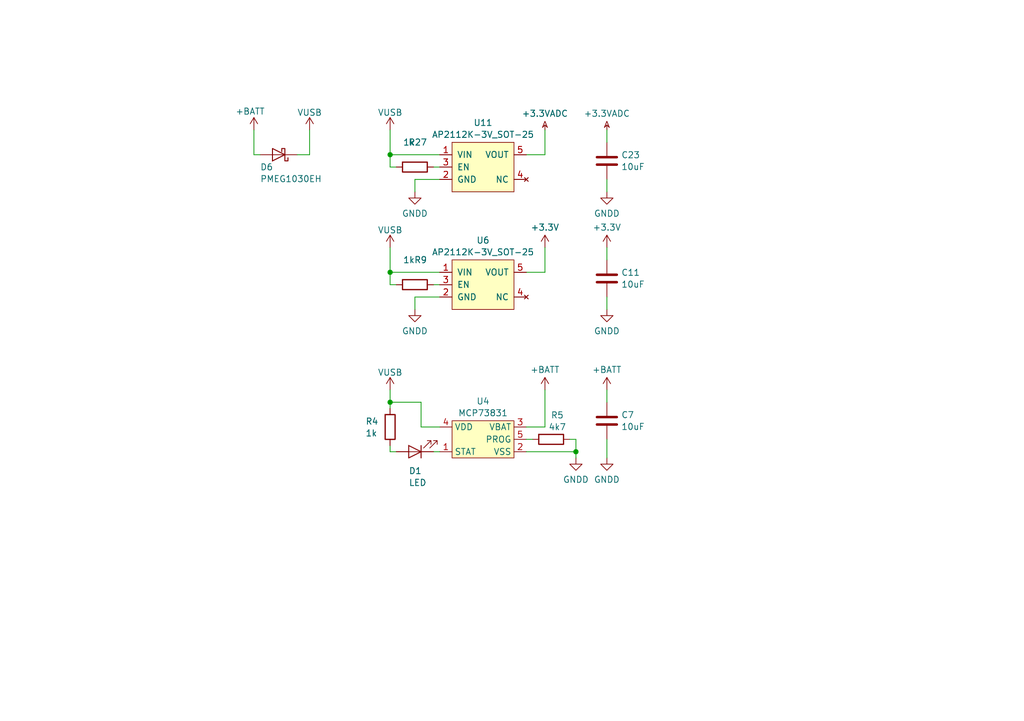
<source format=kicad_sch>
(kicad_sch (version 20231120) (generator "eeschema") (generator_version "8.0")
  (paper "A5")
  (lib_symbols
    (symbol "0.power-symbols:+3.3V" (power) (pin_names (offset 0))
      (property "Value" "+3.3V" (at 0 3.556 0))
      (symbol "+3.3V_0_1"
        (polyline (pts (xy -0.762 1.27) (xy 0 2.54)))
        (polyline (pts (xy 0 0) (xy 0 2.54)))
        (polyline (pts (xy 0 2.54) (xy 0.762 1.27)))
      )
      (symbol "+3.3V_1_1"
        (pin power_in line (at 0 0 90) (length 0) hide (name "+3V3") (number "1"))
      )
    )
    (symbol "0.power-symbols:+3.3VADC" (power) (pin_names (offset 0))
      (property "Value" "+3.3VADC" (at 0 2.54 0))
      (symbol "+3.3VADC_0_0"
        (pin power_in line (at 0 0 90) (length 0) hide (name "+3.3VADC") (number "1"))
      )
      (symbol "+3.3VADC_0_1"
        (polyline (pts (xy 0 0) (xy 0 1.016) (xy 0 1.016)))
        (polyline (pts (xy 0 1.016) (xy 0.508 0.508) (xy 0 1.778) (xy -0.508 0.508) (xy 0 1.016) (xy 0 1.016)))
      )
    )
    (symbol "0.power-symbols:+BATT" (power) (pin_names (offset 0))
      (property "Value" "+BATT" (at 0 3.556 0))
      (symbol "+BATT_0_1"
        (polyline (pts (xy -0.762 1.27) (xy 0 2.54)))
        (polyline (pts (xy 0 0) (xy 0 2.54)))
        (polyline (pts (xy 0 2.54) (xy 0.762 1.27)))
      )
      (symbol "+BATT_1_1"
        (pin power_in line (at 0 0 90) (length 0) hide (name "+BATT") (number "1"))
      )
    )
    (symbol "0.power-symbols:GNDD" (power) (pin_names (offset 0))
      (property "Value" "GNDD" (at 0 -3.81 0))
      (symbol "GNDD_0_1"
        (polyline (pts (xy 0 0) (xy 0 -1.27) (xy 1.27 -1.27) (xy 0 -2.54) (xy -1.27 -1.27) (xy 0 -1.27)))
      )
      (symbol "GNDD_1_1"
        (pin power_in line (at 0 0 270) (length 0) hide (name "GNDD") (number "1"))
      )
    )
    (symbol "0.power-symbols:VUSB" (power) (pin_names (offset 0))
      (property "Value" "VUSB" (at 0 3.556 0))
      (symbol "VUSB_0_1"
        (polyline (pts (xy -0.762 1.27) (xy 0 2.54)))
        (polyline (pts (xy 0 0) (xy 0 2.54)))
        (polyline (pts (xy 0 2.54) (xy 0.762 1.27)))
      )
      (symbol "VUSB_1_1"
        (pin power_in line (at 0 0 90) (length 0) hide (name "VUSB") (number "1"))
      )
    )
    (symbol "1.semi.discrete:D_Schottky" (pin_numbers hide) (pin_names (offset 1.016) hide)
      (property "Reference" "D" (at 0 2.54 0))
      (property "Value" "D_Schottky" (at 0 -2.54 0))
      (symbol "D_Schottky_0_1"
        (polyline (pts (xy 1.27 0) (xy -1.27 0)))
        (polyline (pts (xy 1.27 1.27) (xy 1.27 -1.27) (xy -1.27 0) (xy 1.27 1.27)) (stroke (width 0.2032)))
        (polyline (pts (xy -1.905 0.635) (xy -1.905 1.27) (xy -1.27 1.27) (xy -1.27 -1.27) (xy -0.635 -1.27) (xy -0.635 -0.635)) (stroke (width 0.2032)))
      )
      (symbol "D_Schottky_1_1"
        (pin passive line (at -3.81 0 0) (length 2.54) (name "K") (number "1"))
        (pin passive line (at 3.81 0 180) (length 2.54) (name "A") (number "2"))
      )
    )
    (symbol "1.semi.ic.pmic.voltagereg:AP2112K-3V_SOT-25" (pin_names (offset 1.016))
      (property "Reference" "U" (at -6.35 8.89 0))
      (property "Value" "AP2112K-3V_SOT-25" (at -6.35 6.35 0))
      (symbol "AP2112K-3V_SOT-25_0_1"
        (rectangle (start -6.35 5.08) (end 6.35 -5.08) (fill (type background)))
        (pin power_in line (at -8.89 2.54 0) (length 2.54) (name "VIN") (number "1"))
        (pin power_in line (at -8.89 -2.54 0) (length 2.54) (name "GND") (number "2"))
        (pin input line (at -8.89 0 0) (length 2.54) (name "EN") (number "3"))
        (pin no_connect line (at 8.89 -2.54 180) (length 2.54) (name "NC") (number "4"))
        (pin power_out line (at 8.89 2.54 180) (length 2.54) (name "VOUT") (number "5"))
      )
    )
    (symbol "1.semi.opto:LED" (pin_numbers hide) (pin_names (offset 1.016) hide)
      (property "Reference" "D" (at 0 2.54 0))
      (property "Value" "LED" (at 0 -2.54 0))
      (symbol "LED_0_1"
        (polyline (pts (xy -1.27 -1.27) (xy -1.27 1.27)) (stroke (width 0.2032)))
        (polyline (pts (xy -1.27 0) (xy 1.27 0)))
        (polyline (pts (xy 1.27 -1.27) (xy 1.27 1.27) (xy -1.27 0) (xy 1.27 -1.27)) (stroke (width 0.2032)))
        (polyline (pts (xy -3.048 -0.762) (xy -4.572 -2.286) (xy -3.81 -2.286) (xy -4.572 -2.286) (xy -4.572 -1.524)))
        (polyline (pts (xy -1.778 -0.762) (xy -3.302 -2.286) (xy -2.54 -2.286) (xy -3.302 -2.286) (xy -3.302 -1.524)))
      )
      (symbol "LED_1_1"
        (pin passive line (at -3.81 0 0) (length 2.54) (name "K") (number "1"))
        (pin passive line (at 3.81 0 180) (length 2.54) (name "A") (number "2"))
      )
    )
    (symbol "2.passive:C" (pin_numbers hide) (pin_names (offset 0.254))
      (property "Reference" "C" (at 0.635 2.54 0))
      (property "Value" "C" (at 0.635 -2.54 0))
      (symbol "C_0_1"
        (polyline (pts (xy -2.032 -0.762) (xy 2.032 -0.762)) (stroke (width 0.508)))
        (polyline (pts (xy -2.032 0.762) (xy 2.032 0.762)) (stroke (width 0.508)))
      )
      (symbol "C_1_1"
        (pin passive line (at 0 3.81 270) (length 2.794) (name "~") (number "1"))
        (pin passive line (at 0 -3.81 90) (length 2.794) (name "~") (number "2"))
      )
    )
    (symbol "2.passive:R" (pin_numbers hide) (pin_names (offset 0))
      (property "Reference" "R" (at 2.032 0 90))
      (property "Value" "R" (at 0 0 90))
      (symbol "R_0_1"
        (rectangle (start -1.016 -2.54) (end 1.016 2.54) (stroke (width 0.254)))
      )
      (symbol "R_1_1"
        (pin passive line (at 0 3.81 270) (length 1.27) (name "~") (number "1"))
        (pin passive line (at 0 -3.81 90) (length 1.27) (name "~") (number "2"))
      )
    )
    (symbol "4.power.battery:MCP73831"
      (property "Reference" "U" (at 0 3.81 0))
      (property "Value" "MCP73831" (at 0 1.905 0))
      (symbol "MCP73831_1_1"
        (rectangle (start -6.35 0) (end 6.35 -7.62) (fill (type background)))
        (pin output line (at -8.89 -6.35 0) (length 2.54) (name "STAT") (number "1"))
        (pin power_in line (at 8.89 -6.35 180) (length 2.54) (name "VSS") (number "2"))
        (pin power_in line (at 8.89 -1.27 180) (length 2.54) (name "VBAT") (number "3"))
        (pin power_in line (at -8.89 -1.27 0) (length 2.54) (name "VDD") (number "4"))
        (pin input line (at 8.89 -3.81 180) (length 2.54) (name "PROG") (number "5"))
      )
    )
  )
  (junction (at 80.01 55.88))
  (junction (at 80.01 31.75))
  (junction (at 80.01 82.55))
  (junction (at 118.11 92.71))
  (wire (pts (xy 80.01 80.01) (xy 80.01 82.55)))
  (wire (pts (xy 124.46 26.67) (xy 124.46 29.21)))
  (wire (pts (xy 111.76 80.01) (xy 111.76 87.63)))
  (wire (pts (xy 107.95 55.88) (xy 111.76 55.88)))
  (wire (pts (xy 124.46 80.01) (xy 124.46 82.55)))
  (wire (pts (xy 85.09 60.96) (xy 85.09 63.5)))
  (wire (pts (xy 111.76 87.63) (xy 107.95 87.63)))
  (wire (pts (xy 80.01 34.29) (xy 81.28 34.29)))
  (wire (pts (xy 111.76 55.88) (xy 111.76 50.8)))
  (wire (pts (xy 88.9 34.29) (xy 90.17 34.29)))
  (wire (pts (xy 86.36 87.63) (xy 90.17 87.63)))
  (wire (pts (xy 80.01 82.55) (xy 80.01 83.82)))
  (wire (pts (xy 107.95 92.71) (xy 118.11 92.71)))
  (wire (pts (xy 107.95 90.17) (xy 109.22 90.17)))
  (wire (pts (xy 80.01 26.67) (xy 80.01 31.75)))
  (wire (pts (xy 52.07 26.67) (xy 52.07 31.75)))
  (wire (pts (xy 124.46 60.96) (xy 124.46 63.5)))
  (wire (pts (xy 116.84 90.17) (xy 118.11 90.17)))
  (wire (pts (xy 80.01 31.75) (xy 80.01 34.29)))
  (wire (pts (xy 118.11 90.17) (xy 118.11 92.71)))
  (wire (pts (xy 124.46 36.83) (xy 124.46 39.37)))
  (wire (pts (xy 111.76 31.75) (xy 111.76 26.67)))
  (wire (pts (xy 107.95 31.75) (xy 111.76 31.75)))
  (wire (pts (xy 118.11 93.98) (xy 118.11 92.71)))
  (wire (pts (xy 80.01 92.71) (xy 81.28 92.71)))
  (wire (pts (xy 85.09 36.83) (xy 85.09 39.37)))
  (wire (pts (xy 90.17 60.96) (xy 85.09 60.96)))
  (wire (pts (xy 80.01 31.75) (xy 90.17 31.75)))
  (wire (pts (xy 90.17 36.83) (xy 85.09 36.83)))
  (wire (pts (xy 80.01 55.88) (xy 90.17 55.88)))
  (wire (pts (xy 63.5 31.75) (xy 60.96 31.75)))
  (wire (pts (xy 124.46 50.8) (xy 124.46 53.34)))
  (wire (pts (xy 80.01 58.42) (xy 81.28 58.42)))
  (wire (pts (xy 88.9 92.71) (xy 90.17 92.71)))
  (wire (pts (xy 52.07 31.75) (xy 53.34 31.75)))
  (wire (pts (xy 80.01 50.8) (xy 80.01 55.88)))
  (wire (pts (xy 80.01 55.88) (xy 80.01 58.42)))
  (wire (pts (xy 80.01 82.55) (xy 86.36 82.55)))
  (wire (pts (xy 88.9 58.42) (xy 90.17 58.42)))
  (wire (pts (xy 80.01 91.44) (xy 80.01 92.71)))
  (wire (pts (xy 124.46 90.17) (xy 124.46 93.98)))
  (wire (pts (xy 63.5 26.67) (xy 63.5 31.75)))
  (wire (pts (xy 86.36 82.55) (xy 86.36 87.63)))
  (symbol (lib_id "0.power-symbols:GNDD") (at 118.11 93.98 0) (unit 1)
    (property "Reference" "#PWR016" (effects (hide yes)))
    (property "Value" "GNDD" (at 118.11 98.4234 0))
  )
  (symbol (lib_id "0.power-symbols:+3.3V") (at 111.76 50.8 0) (unit 1)
    (property "Reference" "#PWR033" (effects (hide yes)))
    (property "Value" "+3.3V" (at 111.76 46.6669 0))
  )
  (symbol (lib_id "1.semi.ic.pmic.voltagereg:AP2112K-3V_SOT-25") (at 99.06 58.42 0) (unit 1)
    (property "Reference" "U6" (at 99.06 49.3225 0))
    (property "Value" "AP2112K-3V_SOT-25" (at 99.06 51.7468 0))
    (property "Footprint" "1_Semi_TO_SOT:SOT-23-5" (effects (hide yes)))
    (property "PN" "4,13" (effects (hide yes)))
  )
  (symbol (lib_id "0.power-symbols:VUSB") (at 63.5 26.67 0) (unit 1)
    (property "Reference" "#PWR031" (effects (hide yes)))
    (property "Value" "VUSB" (at 63.5 23.0942 0))
  )
  (symbol (lib_id "2.passive:C") (at 124.46 33.02 0) (unit 1)
    (property "Reference" "C23" (at 127.381 31.8078 0) (effects (justify left)))
    (property "Value" "10uF" (at 127.381 34.2321 0) (effects (justify left)))
    (property "Footprint" "2_Passives_Capacitors_SMD_IPC:C_1608_603_B" (effects (hide yes)))
    (property "Description" "Unpolarized capacitor" (effects (hide yes)))
    (property "PN" "2,6" (effects (hide yes)))
  )
  (symbol (lib_id "0.power-symbols:+3.3VADC") (at 111.76 26.67 0) (unit 1)
    (property "Reference" "#PWR080" (effects (hide yes)))
    (property "Value" "+3.3VADC" (at 111.76 23.2989 0))
  )
  (symbol (lib_id "2.passive:R") (at 85.09 58.42 270) (unit 1)
    (property "Reference" "R9" (at 87.63 53.34 90) (effects (justify right)))
    (property "Value" "1k" (at 85.09 53.34 90) (effects (justify right)))
    (property "Footprint" "2_Passives_Resistors_SMD_IPC:R_1608_603_B" (effects (hide yes)))
    (property "Description" "Resistor" (effects (hide yes)))
    (property "PN" "1,23" (effects (hide yes)))
  )
  (symbol (lib_id "0.power-symbols:VUSB") (at 80.01 50.8 0) (unit 1)
    (property "Reference" "#PWR049" (effects (hide yes)))
    (property "Value" "VUSB" (at 80.01 47.2242 0))
  )
  (symbol (lib_id "0.power-symbols:GNDD") (at 124.46 39.37 0) (unit 1)
    (property "Reference" "#PWR066" (effects (hide yes)))
    (property "Value" "GNDD" (at 124.46 43.8134 0))
  )
  (symbol (lib_id "0.power-symbols:+BATT") (at 111.76 80.01 0) (unit 1)
    (property "Reference" "#PWR015" (effects (hide yes)))
    (property "Value" "+BATT" (at 111.76 75.8769 0))
  )
  (symbol (lib_id "1.semi.opto:LED") (at 85.09 92.71 180) (unit 1)
    (property "Reference" "D1" (at 83.82 96.6357 0) (effects (justify right)))
    (property "Value" "LED" (at 83.82 99.06 0) (effects (justify right)))
    (property "Footprint" "1_Semi_Discrete_Diodes_SMD:D_0603" (effects (hide yes)))
    (property "Description" "Light emitting diode" (effects (hide yes)))
    (property "PN" "3,7" (effects (hide yes)))
  )
  (symbol (lib_id "1.semi.ic.pmic.voltagereg:AP2112K-3V_SOT-25") (at 99.06 34.29 0) (unit 1)
    (property "Reference" "U11" (at 99.06 25.1925 0))
    (property "Value" "AP2112K-3V_SOT-25" (at 99.06 27.6168 0))
    (property "Footprint" "1_Semi_TO_SOT:SOT-23-5" (effects (hide yes)))
    (property "PN" "4,13" (effects (hide yes)))
  )
  (symbol (lib_id "0.power-symbols:GNDD") (at 124.46 93.98 0) (unit 1)
    (property "Reference" "#PWR018" (effects (hide yes)))
    (property "Value" "GNDD" (at 124.46 98.4234 0))
  )
  (symbol (lib_id "0.power-symbols:+3.3VADC") (at 124.46 26.67 0) (unit 1)
    (property "Reference" "#PWR081" (effects (hide yes)))
    (property "Value" "+3.3VADC" (at 124.46 23.2989 0))
  )
  (symbol (lib_id "2.passive:R") (at 80.01 87.63 0) (unit 1)
    (property "Reference" "R4" (at 74.93 86.4757 0) (effects (justify left)))
    (property "Value" "1k" (at 74.93 88.9 0) (effects (justify left)))
    (property "Footprint" "2_Passives_Resistors_SMD_IPC:R_1608_603_B" (effects (hide yes)))
    (property "Description" "Resistor" (effects (hide yes)))
    (property "PN" "1,23" (effects (hide yes)))
  )
  (symbol (lib_id "0.power-symbols:+3.3V") (at 124.46 50.8 0) (unit 1)
    (property "Reference" "#PWR034" (effects (hide yes)))
    (property "Value" "+3.3V" (at 124.46 46.6669 0))
  )
  (symbol (lib_id "0.power-symbols:GNDD") (at 85.09 39.37 0) (unit 1)
    (property "Reference" "#PWR065" (effects (hide yes)))
    (property "Value" "GNDD" (at 85.09 43.8134 0))
  )
  (symbol (lib_id "2.passive:R") (at 113.03 90.17 90) (unit 1)
    (property "Reference" "R5" (at 114.3 85.2057 90))
    (property "Value" "4k7" (at 114.3 87.63 90))
    (property "Footprint" "2_Passives_Resistors_SMD_IPC:R_1608_603_B" (effects (hide yes)))
    (property "Description" "Resistor" (effects (hide yes)))
    (property "PN" "1,6" (effects (hide yes)))
  )
  (symbol (lib_id "2.passive:C") (at 124.46 86.36 0) (unit 1)
    (property "Reference" "C7" (at 127.381 85.1478 0) (effects (justify left)))
    (property "Value" "10uF" (at 127.381 87.5721 0) (effects (justify left)))
    (property "Footprint" "2_Passives_Capacitors_SMD_IPC:C_1608_603_B" (effects (hide yes)))
    (property "Description" "Unpolarized capacitor" (effects (hide yes)))
    (property "PN" "2,6" (effects (hide yes)))
  )
  (symbol (lib_id "0.power-symbols:GNDD") (at 85.09 63.5 0) (unit 1)
    (property "Reference" "#PWR032" (effects (hide yes)))
    (property "Value" "GNDD" (at 85.09 67.9434 0))
  )
  (symbol (lib_id "2.passive:C") (at 124.46 57.15 0) (unit 1)
    (property "Reference" "C11" (at 127.381 55.9378 0) (effects (justify left)))
    (property "Value" "10uF" (at 127.381 58.3621 0) (effects (justify left)))
    (property "Footprint" "2_Passives_Capacitors_SMD_IPC:C_1608_603_B" (effects (hide yes)))
    (property "Description" "Unpolarized capacitor" (effects (hide yes)))
    (property "PN" "2,6" (effects (hide yes)))
  )
  (symbol (lib_id "0.power-symbols:+BATT") (at 52.07 26.67 0) (unit 1)
    (property "Reference" "#PWR078" (effects (hide yes)))
    (property "Value" "+BATT" (at 48.26 22.86 0) (effects (justify left)))
  )
  (symbol (lib_id "0.power-symbols:+BATT") (at 124.46 80.01 0) (unit 1)
    (property "Reference" "#PWR017" (effects (hide yes)))
    (property "Value" "+BATT" (at 124.46 75.8769 0))
  )
  (symbol (lib_id "1.semi.discrete:D_Schottky") (at 57.15 31.75 180) (unit 1)
    (property "Reference" "D6" (at 53.34 34.29 0) (effects (justify right)))
    (property "Value" "PMEG1030EH" (at 53.34 36.7143 0) (effects (justify right)))
    (property "Footprint" "1_Semi_Discrete_Diodes_SMD:D_SOD-123F" (effects (hide yes)))
    (property "Description" "Schottky diode" (effects (hide yes)))
    (property "PN" "3,2" (effects (hide yes)))
  )
  (symbol (lib_id "0.power-symbols:VUSB") (at 80.01 26.67 0) (unit 1)
    (property "Reference" "#PWR079" (effects (hide yes)))
    (property "Value" "VUSB" (at 80.01 23.0942 0))
  )
  (symbol (lib_id "2.passive:R") (at 85.09 34.29 270) (unit 1)
    (property "Reference" "R27" (at 87.63 29.21 90) (effects (justify right)))
    (property "Value" "1k" (at 85.09 29.21 90) (effects (justify right)))
    (property "Footprint" "2_Passives_Resistors_SMD_IPC:R_1608_603_B" (effects (hide yes)))
    (property "Description" "Resistor" (effects (hide yes)))
    (property "PN" "1,23" (effects (hide yes)))
  )
  (symbol (lib_id "0.power-symbols:VUSB") (at 80.01 80.01 0) (unit 1)
    (property "Reference" "#PWR014" (effects (hide yes)))
    (property "Value" "VUSB" (at 80.01 76.4342 0))
  )
  (symbol (lib_id "4.power.battery:MCP73831") (at 99.06 86.36 0) (unit 1)
    (property "Reference" "U4" (at 99.06 82.3425 0))
    (property "Value" "MCP73831" (at 99.06 84.7668 0))
    (property "Footprint" "1_Semi_TO_SOT:SOT-23-5" (effects (hide yes)))
    (property "PN" "4,16" (effects (hide yes)))
  )
  (symbol (lib_id "0.power-symbols:GNDD") (at 124.46 63.5 0) (unit 1)
    (property "Reference" "#PWR035" (effects (hide yes)))
    (property "Value" "GNDD" (at 124.46 67.9434 0))
  )
)
</source>
